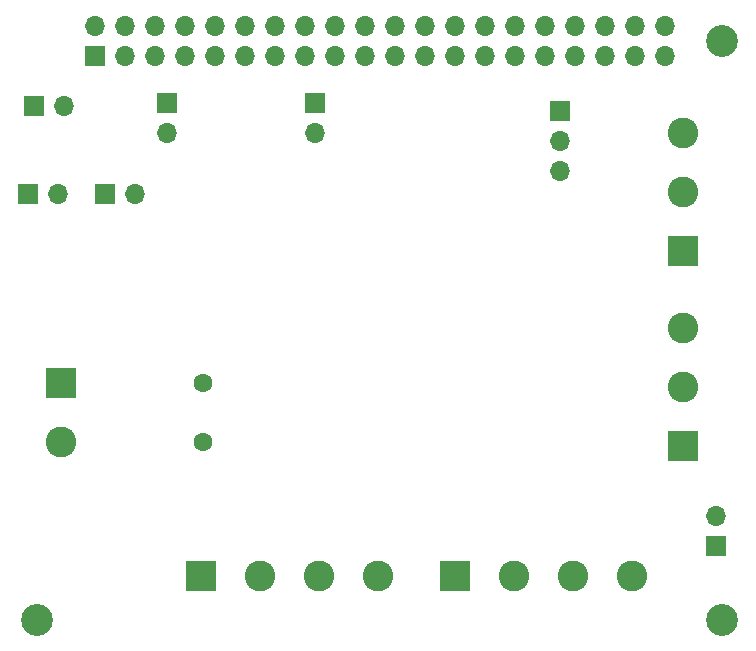
<source format=gbr>
%TF.GenerationSoftware,KiCad,Pcbnew,7.0.1*%
%TF.CreationDate,2024-02-06T22:48:24-07:00*%
%TF.ProjectId,Portal Gun PiHAT Mk2,506f7274-616c-4204-9775-6e2050694841,rev?*%
%TF.SameCoordinates,Original*%
%TF.FileFunction,Soldermask,Bot*%
%TF.FilePolarity,Negative*%
%FSLAX46Y46*%
G04 Gerber Fmt 4.6, Leading zero omitted, Abs format (unit mm)*
G04 Created by KiCad (PCBNEW 7.0.1) date 2024-02-06 22:48:24*
%MOMM*%
%LPD*%
G01*
G04 APERTURE LIST*
%ADD10R,1.700000X1.700000*%
%ADD11O,1.700000X1.700000*%
%ADD12C,2.700000*%
%ADD13R,2.600000X2.600000*%
%ADD14C,2.600000*%
%ADD15C,1.600000*%
G04 APERTURE END LIST*
D10*
%TO.C,J1*%
X102725000Y-60500000D03*
D11*
X105265000Y-60500000D03*
%TD*%
D12*
%TO.C,MH2*%
X161500000Y-47500000D03*
%TD*%
D10*
%TO.C,SW2*%
X114500000Y-52725000D03*
D11*
X114500000Y-55265000D03*
%TD*%
D13*
%TO.C,J6*%
X158150000Y-65300000D03*
D14*
X158150000Y-60300000D03*
X158150000Y-55300000D03*
%TD*%
D10*
%TO.C,J10*%
X147800000Y-53420000D03*
D11*
X147800000Y-55960000D03*
X147800000Y-58500000D03*
%TD*%
D13*
%TO.C,J8*%
X117350000Y-92800000D03*
D14*
X122350000Y-92800000D03*
X127350000Y-92800000D03*
X132350000Y-92800000D03*
%TD*%
D13*
%TO.C,J2*%
X105500000Y-76500000D03*
D14*
X105500000Y-81500000D03*
%TD*%
D12*
%TO.C,MH3*%
X103500000Y-96500000D03*
%TD*%
D15*
%TO.C,C1*%
X117500000Y-76500000D03*
X117500000Y-81500000D03*
%TD*%
D10*
%TO.C,J4*%
X109200000Y-60500000D03*
D11*
X111740000Y-60500000D03*
%TD*%
D13*
%TO.C,J9*%
X158150000Y-81800000D03*
D14*
X158150000Y-76800000D03*
X158150000Y-71800000D03*
%TD*%
D12*
%TO.C,MH4*%
X161500000Y-96500000D03*
%TD*%
D10*
%TO.C,J5*%
X103225000Y-53000000D03*
D11*
X105765000Y-53000000D03*
%TD*%
D13*
%TO.C,J7*%
X138850000Y-92800000D03*
D14*
X143850000Y-92800000D03*
X148850000Y-92800000D03*
X153850000Y-92800000D03*
%TD*%
D10*
%TO.C,SW1*%
X127000000Y-52725000D03*
D11*
X127000000Y-55265000D03*
%TD*%
D10*
%TO.C,SW3*%
X161000000Y-90275000D03*
D11*
X161000000Y-87735000D03*
%TD*%
D10*
%TO.C,J3*%
X108370000Y-48770000D03*
D11*
X108370000Y-46230000D03*
X110910000Y-48770000D03*
X110910000Y-46230000D03*
X113450000Y-48770000D03*
X113450000Y-46230000D03*
X115990000Y-48770000D03*
X115990000Y-46230000D03*
X118530000Y-48770000D03*
X118530000Y-46230000D03*
X121070000Y-48770000D03*
X121070000Y-46230000D03*
X123610000Y-48770000D03*
X123610000Y-46230000D03*
X126150000Y-48770000D03*
X126150000Y-46230000D03*
X128690000Y-48770000D03*
X128690000Y-46230000D03*
X131230000Y-48770000D03*
X131230000Y-46230000D03*
X133770000Y-48770000D03*
X133770000Y-46230000D03*
X136310000Y-48770000D03*
X136310000Y-46230000D03*
X138850000Y-48770000D03*
X138850000Y-46230000D03*
X141390000Y-48770000D03*
X141390000Y-46230000D03*
X143930000Y-48770000D03*
X143930000Y-46230000D03*
X146470000Y-48770000D03*
X146470000Y-46230000D03*
X149010000Y-48770000D03*
X149010000Y-46230000D03*
X151550000Y-48770000D03*
X151550000Y-46230000D03*
X154090000Y-48770000D03*
X154090000Y-46230000D03*
X156630000Y-48770000D03*
X156630000Y-46230000D03*
%TD*%
M02*

</source>
